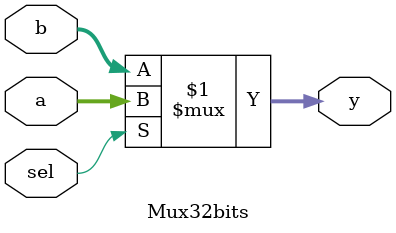
<source format=v>
module Mux32bits(a, b, sel, y);
  input [31:0] a, b;
  input sel;
  output wire [31:0] y;
  assign y = sel ? a : b;
endmodule

</source>
